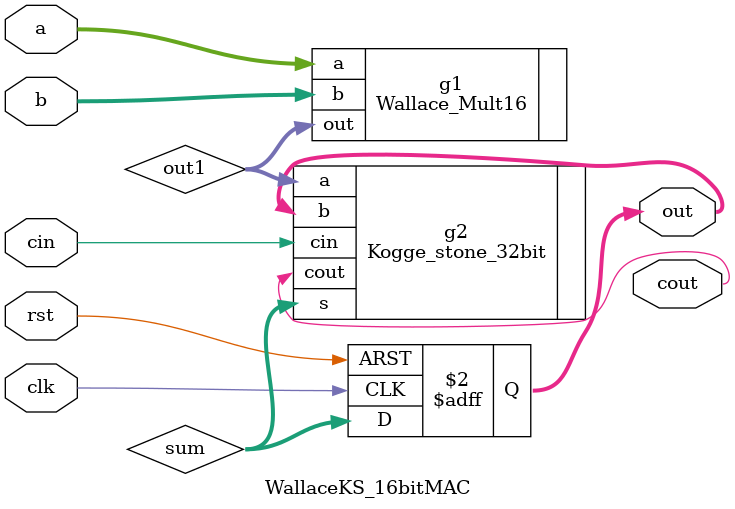
<source format=v>
module WallaceKS_16bitMAC(
    input [15:0] a,          // 8-bit input A
    input [15:0] b,          // 8-bit input B
    input clk,
    input rst,
    input cin,              // Carry-in for the adder
    output reg [31:0] out,  // 16-bit output
    output cout             // Carry-out from the adder
);

    wire [31:0] out1;       // Output from the 8-bit Vedic multiplier
    wire [31:0] sum;

    // Instantiate 8-bit Vedic multiplier
    Wallace_Mult16 g1 (
        .a(a),
        .b(b),
        .out(out1)
    );

    // Instantiate 16-bit Kogge-Stone adder
    Kogge_stone_32bit g2 (
        .a(out1),
        .b(out),
        .cin(cin),
        .s(sum),
        .cout(cout)
    );

    // Register output with synchronous reset
    always @(posedge clk or posedge rst) begin
        if (rst)
            out <= 32'h0;  // Reset to 16-bit zero
        else
            out <= sum;    // Update output with adder result
    end
endmodule


</source>
